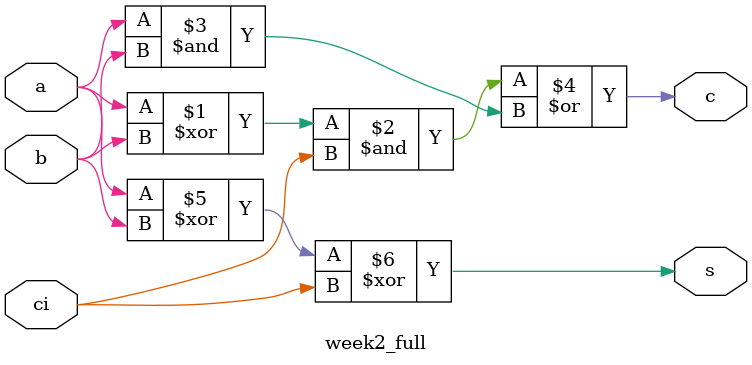
<source format=v>
`timescale 1ns / 1ps


module week2_full(a,b,ci,c,s);
input a,b,ci;
output c,s;

assign c=(a^b)&ci|a&b;
assign s=a^b^ci;

endmodule

</source>
